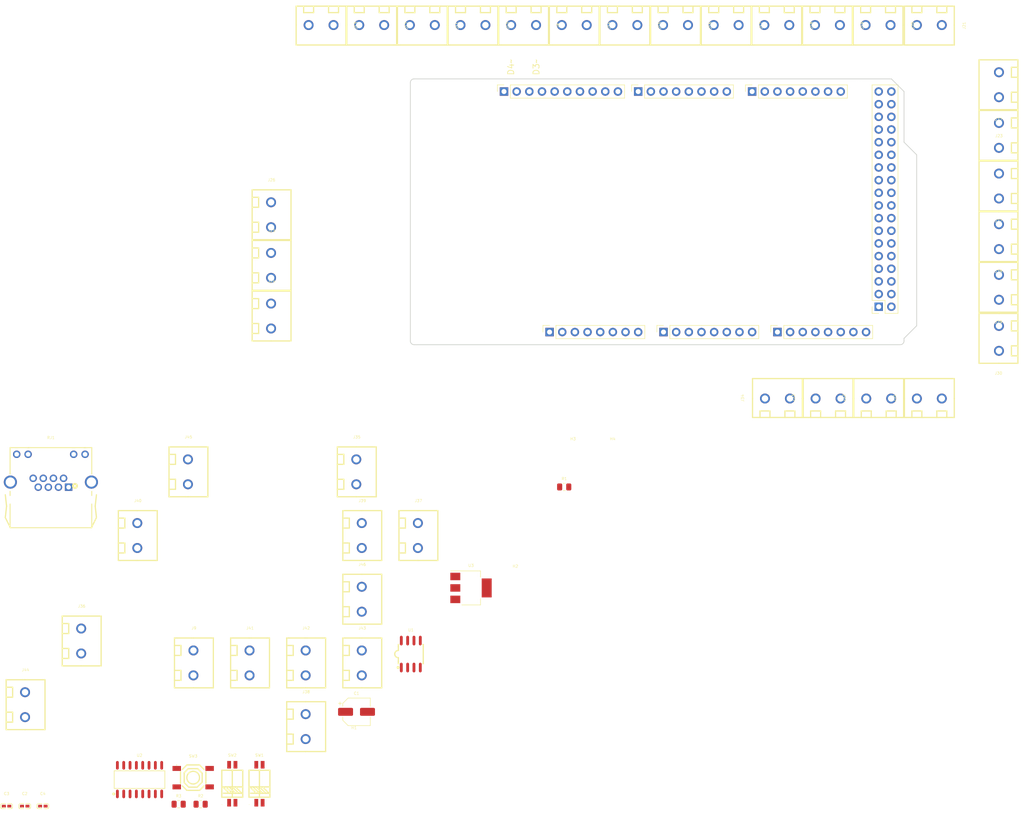
<source format=kicad_pcb>
(kicad_pcb (version 20211014) (generator pcbnew)
  (title_block (date "mar. 31 mars 2015"))
  (layers (0 "F.Cu" signal) (31 "B.Cu" signal) (34 "B.Paste" user) (35 "F.Paste" user) (36 "B.SilkS" user "B.Silkscreen") (37 "F.SilkS" user "F.Silkscreen") (38 "B.Mask" user) (39 "F.Mask" user) (44 "Edge.Cuts" user))
  (net 0 "")
  (net 1 "GND")
  (net 2 "+12V")
  (net 4 "~{RESET}")
  (net 5 "5V_Arduino")
  (net 6 "D21{slash}SCL")
  (net 7 "D20{slash}SDA")
  (net 9 "D13")
  (net 10 "D12")
  (net 11 "D11")
  (net 12 "D10")
  (net 13 "D9")
  (net 14 "D8")
  (net 15 "A0")
  (net 16 "A1")
  (net 17 "A2")
  (net 18 "A3")
  (net 19 "A4")
  (net 20 "A5")
  (net 21 "A6")
  (net 22 "A7")
  (net 23 "D7")
  (net 24 "D6")
  (net 25 "D5")
  (net 26 "D4")
  (net 27 "D3")
  (net 28 "D2")
  (net 29 "TXD")
  (net 30 "RXD")
  (net 31 "A8")
  (net 32 "A9")
  (net 33 "A10")
  (net 34 "+5V")
  (net 35 "A11")
  (net 36 "A12")
  (net 37 "A13")
  (net 38 "A14")
  (net 39 "A15")
  (net 40 "D14")
  (net 41 "D15")
  (net 42 "D16")
  (net 43 "D17")
  (net 44 "D18")
  (net 45 "D19")
  (net 46 "D52")
  (net 47 "D53")
  (net 48 "D50")
  (net 49 "D51")
  (net 50 "D48")
  (net 51 "D49")
  (net 52 "D46")
  (net 53 "D47")
  (net 54 "D44")
  (net 55 "D45")
  (net 56 "D42")
  (net 57 "D43")
  (net 58 "D40")
  (net 59 "D41")
  (net 60 "D38")
  (net 61 "D39")
  (net 62 "D36")
  (net 63 "D37")
  (net 64 "D34")
  (net 65 "D35")
  (net 66 "D32")
  (net 67 "+3V3")
  (net 68 "D33")
  (net 69 "D30")
  (net 70 "D31")
  (net 71 "D28")
  (net 72 "D29")
  (net 73 "D26")
  (net 74 "D27")
  (net 75 "D24")
  (net 76 "D25")
  (net 77 "D22")
  (net 79 "D23")
  (net 82 "BACKLIGHT_GND")
  (net 83 "AUX_GND")
  (net 84 "RS485+")
  (net 85 "Net-(R1-Pad2)")
  (net 86 "Net-(R2-Pad1)")
  (net 87 "Net-(R3-Pad1)")
  (net 88 "RS485-")
  (net 89 "RS485_GND")
  (net 90 "AUX_BASE")
  (net 91 "BACKLIGHT_BASE")
  (net 92 "RESET")
  (footprint "Connector_PinSocket_2.54mm:PinSocket_2x18_P2.54mm_Vertical" (layer "F.Cu") (at 193.98 92.38 180)
    (fp_text reference "J7" hide)
    (fp_text value "Digital")
    (pad "1" thru_hole rect locked (at 0 0 180) (size 1.7 1.7) (drill 1) (layers *.Cu *.Mask) (net 1 "GND"))
    (pad "2" thru_hole oval locked (at -2.54 0 180) (size 1.7 1.7) (drill 1) (layers *.Cu *.Mask) (net 1 "GND"))
    (pad "3" thru_hole oval locked (at 0 2.54 180) (size 1.7 1.7) (drill 1) (layers *.Cu *.Mask) (net 46 "D52"))
    (pad "4" thru_hole oval locked (at -2.54 2.54 180) (size 1.7 1.7) (drill 1) (layers *.Cu *.Mask) (net 47 "D53"))
    (pad "5" thru_hole oval locked (at 0 5.08 180) (size 1.7 1.7) (drill 1) (layers *.Cu *.Mask) (net 48 "D50"))
    (pad "6" thru_hole oval locked (at -2.54 5.08 180) (size 1.7 1.7) (drill 1) (layers *.Cu *.Mask) (net 49 "D51"))
    (pad "7" thru_hole oval locked (at 0 7.62 180) (size 1.7 1.7) (drill 1) (layers *.Cu *.Mask) (net 50 "D48"))
    (pad "8" thru_hole oval locked (at -2.54 7.62 180) (size 1.7 1.7) (drill 1) (layers *.Cu *.Mask) (net 51 "D49"))
    (pad "9" thru_hole oval locked (at 0 10.16 180) (size 1.7 1.7) (drill 1) (layers *.Cu *.Mask) (net 52 "D46"))
    (pad "10" thru_hole oval locked (at -2.54 10.16 180) (size 1.7 1.7) (drill 1) (layers *.Cu *.Mask) (net 53 "D47"))
    (pad "11" thru_hole oval locked (at 0 12.7 180) (size 1.7 1.7) (drill 1) (layers *.Cu *.Mask) (net 54 "D44"))
    (pad "12" thru_hole oval locked (at -2.54 12.7 180) (size 1.7 1.7) (drill 1) (layers *.Cu *.Mask) (net 55 "D45"))
    (pad "13" thru_hole oval locked (at 0 15.24 180) (size 1.7 1.7) (drill 1) (layers *.Cu *.Mask) (net 56 "D42"))
    (pad "14" thru_hole oval locked (at -2.54 15.24 180) (size 1.7 1.7) (drill 1) (layers *.Cu *.Mask) (net 57 "D43"))
    (pad "15" thru_hole oval locked (at 0 17.78 180) (size 1.7 1.7) (drill 1) (layers *.Cu *.Mask) (net 58 "D40"))
    (pad "16" thru_hole oval locked (at -2.54 17.78 180) (size 1.7 1.7) (drill 1) (layers *.Cu *.Mask) (net 59 "D41"))
    (pad "17" thru_hole oval locked (at 0 20.32 180) (size 1.7 1.7) (drill 1) (layers *.Cu *.Mask) (net 60 "D38"))
    (pad "18" thru_hole oval locked (at -2.54 20.32 180) (size 1.7 1.7) (drill 1) (layers *.Cu *.Mask) (net 61 "D39"))
    (pad "19" thru_hole oval locked (at 0 22.86 180) (size 1.7 1.7) (drill 1) (layers *.Cu *.Mask) (net 62 "D36"))
    (pad "20" thru_hole oval locked (at -2.54 22.86 180) (size 1.7 1.7) (drill 1) (layers *.Cu *.Mask) (net 63 "D37"))
    (pad "21" thru_hole oval locked (at 0 25.4 180) (size 1.7 1.7) (drill 1) (layers *.Cu *.Mask) (net 64 "D34"))
    (pad "22" thru_hole oval locked (at -2.54 25.4 180) (size 1.7 1.7) (drill 1) (layers *.Cu *.Mask) (net 65 "D35"))
    (pad "23" thru_hole oval locked (at 0 27.94 180) (size 1.7 1.7) (drill 1) (layers *.Cu *.Mask) (net 66 "D32"))
    (pad "24" thru_hole oval locked (at -2.54 27.94 180) (size 1.7 1.7) (drill 1) (layers *.Cu *.Mask) (net 68 "D33"))
    (pad "25" thru_hole oval locked (at 0 30.48 180) (size 1.7 1.7) (drill 1) (layers *.Cu *.Mask) (net 69 "D30"))
    (pad "26" thru_hole oval locked (at -2.54 30.48 180) (size 1.7 1.7) (drill 1) (layers *.Cu *.Mask) (net 70 "D31"))
    (pad "27" thru_hole oval locked (at 0 33.02 180) (size 1.7 1.7) (drill 1) (layers *.Cu *.Mask) (net 71 "D28"))
    (pad "28" thru_hole oval locked (at -2.54 33.02 180) (size 1.7 1.7) (drill 1) (layers *.Cu *.Mask) (net 72 "D29"))
    (pad "29" thru_hole oval locked (at 0 35.56 180) (size 1.7 1.7) (drill 1) (layers *.Cu *.Mask) (net 73 "D26"))
    (pad "30" thru_hole oval locked (at -2.54 35.56 180) (size 1.7 1.7) (drill 1) (layers *.Cu *.Mask) (net 74 "D27"))
    (pad "31" thru_hole oval locked (at 0 38.1 180) (size 1.7 1.7) (drill 1) (layers *.Cu *.Mask) (net 75 "D24"))
    (pad "32" thru_hole oval locked (at -2.54 38.1 180) (size 1.7 1.7) (drill 1) (layers *.Cu *.Mask) (net 76 "D25"))
    (pad "33" thru_hole oval locked (at 0 40.64 180) (size 1.7 1.7) (drill 1) (layers *.Cu *.Mask) (net 77 "D22"))
    (pad "34" thru_hole oval locked (at -2.54 40.64 180) (size 1.7 1.7) (drill 1) (layers *.Cu *.Mask) (net 79 "D23"))
    (pad "35" thru_hole oval locked (at 0 43.18 180) (size 1.7 1.7) (drill 1) (layers *.Cu *.Mask))
    (pad "36" thru_hole oval locked (at -2.54 43.18 180) (size 1.7 1.7) (drill 1) (layers *.Cu *.Mask))
  )
  (footprint "Connector_PinSocket_2.54mm:PinSocket_1x08_P2.54mm_Vertical" (layer "F.Cu") (at 127.94 97.46 90)
    (fp_text reference "J1" hide)
    (fp_text value "Power")
    (pad "1" thru_hole rect locked (at 0 0 90) (size 1.7 1.7) (drill 1) (layers *.Cu *.Mask))
    (pad "2" thru_hole oval locked (at 0 2.54 90) (size 1.7 1.7) (drill 1) (layers *.Cu *.Mask))
    (pad "3" thru_hole oval locked (at 0 5.08 90) (size 1.7 1.7) (drill 1) (layers *.Cu *.Mask) (net 4 "~{RESET}"))
    (pad "4" thru_hole oval locked (at 0 7.62 90) (size 1.7 1.7) (drill 1) (layers *.Cu *.Mask) (net 67 "+3V3"))
    (pad "5" thru_hole oval locked (at 0 10.16 90) (size 1.7 1.7) (drill 1) (layers *.Cu *.Mask) (net 5 "5V_Arduino"))
    (pad "6" thru_hole oval locked (at 0 12.7 90) (size 1.7 1.7) (drill 1) (layers *.Cu *.Mask) (net 1 "GND"))
    (pad "7" thru_hole oval locked (at 0 15.24 90) (size 1.7 1.7) (drill 1) (layers *.Cu *.Mask) (net 1 "GND"))
    (pad "8" thru_hole oval locked (at 0 17.78 90) (size 1.7 1.7) (drill 1) (layers *.Cu *.Mask) (net 2 "+12V"))
  )
  (footprint "Connector_PinSocket_2.54mm:PinSocket_1x08_P2.54mm_Vertical" (layer "F.Cu") (at 150.8 97.46 90)
    (fp_text reference "J3" hide)
    (fp_text value "Analog")
    (pad "1" thru_hole rect locked (at 0 0 90) (size 1.7 1.7) (drill 1) (layers *.Cu *.Mask) (net 15 "A0"))
    (pad "2" thru_hole oval locked (at 0 2.54 90) (size 1.7 1.7) (drill 1) (layers *.Cu *.Mask) (net 16 "A1"))
    (pad "3" thru_hole oval locked (at 0 5.08 90) (size 1.7 1.7) (drill 1) (layers *.Cu *.Mask) (net 17 "A2"))
    (pad "4" thru_hole oval locked (at 0 7.62 90) (size 1.7 1.7) (drill 1) (layers *.Cu *.Mask) (net 18 "A3"))
    (pad "5" thru_hole oval locked (at 0 10.16 90) (size 1.7 1.7) (drill 1) (layers *.Cu *.Mask) (net 19 "A4"))
    (pad "6" thru_hole oval locked (at 0 12.7 90) (size 1.7 1.7) (drill 1) (layers *.Cu *.Mask) (net 20 "A5"))
    (pad "7" thru_hole oval locked (at 0 15.24 90) (size 1.7 1.7) (drill 1) (layers *.Cu *.Mask) (net 21 "A6"))
    (pad "8" thru_hole oval locked (at 0 17.78 90) (size 1.7 1.7) (drill 1) (layers *.Cu *.Mask) (net 22 "A7"))
  )
  (footprint "Connector_PinSocket_2.54mm:PinSocket_1x08_P2.54mm_Vertical" (layer "F.Cu") (at 173.66 97.46 90)
    (fp_text reference "J5" hide)
    (fp_text value "Analog")
    (pad "1" thru_hole rect locked (at 0 0 90) (size 1.7 1.7) (drill 1) (layers *.Cu *.Mask) (net 31 "A8"))
    (pad "2" thru_hole oval locked (at 0 2.54 90) (size 1.7 1.7) (drill 1) (layers *.Cu *.Mask) (net 32 "A9"))
    (pad "3" thru_hole oval locked (at 0 5.08 90) (size 1.7 1.7) (drill 1) (layers *.Cu *.Mask) (net 33 "A10"))
    (pad "4" thru_hole oval locked (at 0 7.62 90) (size 1.7 1.7) (drill 1) (layers *.Cu *.Mask) (net 35 "A11"))
    (pad "5" thru_hole oval locked (at 0 10.16 90) (size 1.7 1.7) (drill 1) (layers *.Cu *.Mask) (net 36 "A12"))
    (pad "6" thru_hole oval locked (at 0 12.7 90) (size 1.7 1.7) (drill 1) (layers *.Cu *.Mask) (net 37 "A13"))
    (pad "7" thru_hole oval locked (at 0 15.24 90) (size 1.7 1.7) (drill 1) (layers *.Cu *.Mask) (net 38 "A14"))
    (pad "8" thru_hole oval locked (at 0 17.78 90) (size 1.7 1.7) (drill 1) (layers *.Cu *.Mask) (net 39 "A15"))
  )
  (footprint "Connector_PinSocket_2.54mm:PinSocket_1x10_P2.54mm_Vertical" (layer "F.Cu") (at 118.796 49.2 90)
    (fp_text reference "J2" hide)
    (fp_text value "PWM")
    (pad "1" thru_hole rect locked (at 0 0 90) (size 1.7 1.7) (drill 1) (layers *.Cu *.Mask))
    (pad "2" thru_hole oval locked (at 0 2.54 90) (size 1.7 1.7) (drill 1) (layers *.Cu *.Mask))
    (pad "3" thru_hole oval locked (at 0 5.08 90) (size 1.7 1.7) (drill 1) (layers *.Cu *.Mask))
    (pad "4" thru_hole oval locked (at 0 7.62 90) (size 1.7 1.7) (drill 1) (layers *.Cu *.Mask) (net 1 "GND"))
    (pad "5" thru_hole oval locked (at 0 10.16 90) (size 1.7 1.7) (drill 1) (layers *.Cu *.Mask) (net 9 "D13"))
    (pad "6" thru_hole oval locked (at 0 12.7 90) (size 1.7 1.7) (drill 1) (layers *.Cu *.Mask) (net 10 "D12"))
    (pad "7" thru_hole oval locked (at 0 15.24 90) (size 1.7 1.7) (drill 1) (layers *.Cu *.Mask) (net 11 "D11"))
    (pad "8" thru_hole oval locked (at 0 17.78 90) (size 1.7 1.7) (drill 1) (layers *.Cu *.Mask) (net 12 "D10"))
    (pad "9" thru_hole oval locked (at 0 20.32 90) (size 1.7 1.7) (drill 1) (layers *.Cu *.Mask) (net 13 "D9"))
    (pad "10" thru_hole oval locked (at 0 22.86 90) (size 1.7 1.7) (drill 1) (layers *.Cu *.Mask) (net 14 "D8"))
  )
  (footprint "Connector_PinSocket_2.54mm:PinSocket_1x08_P2.54mm_Vertical" (layer "F.Cu") (at 145.72 49.2 90)
    (fp_text reference "J4" hide)
    (fp_text value "PWM")
    (pad "1" thru_hole rect locked (at 0 0 90) (size 1.7 1.7) (drill 1) (layers *.Cu *.Mask) (net 23 "D7"))
    (pad "2" thru_hole oval locked (at 0 2.54 90) (size 1.7 1.7) (drill 1) (layers *.Cu *.Mask) (net 24 "D6"))
    (pad "3" thru_hole oval locked (at 0 5.08 90) (size 1.7 1.7) (drill 1) (layers *.Cu *.Mask) (net 25 "D5"))
    (pad "4" thru_hole oval locked (at 0 7.62 90) (size 1.7 1.7) (drill 1) (layers *.Cu *.Mask) (net 26 "D4"))
    (pad "5" thru_hole oval locked (at 0 10.16 90) (size 1.7 1.7) (drill 1) (layers *.Cu *.Mask) (net 27 "D3"))
    (pad "6" thru_hole oval locked (at 0 12.7 90) (size 1.7 1.7) (drill 1) (layers *.Cu *.Mask) (net 28 "D2"))
    (pad "7" thru_hole oval locked (at 0 15.24 90) (size 1.7 1.7) (drill 1) (layers *.Cu *.Mask) (net 29 "TXD"))
    (pad "8" thru_hole oval locked (at 0 17.78 90) (size 1.7 1.7) (drill 1) (layers *.Cu *.Mask) (net 30 "RXD"))
  )
  (footprint "Connector_PinSocket_2.54mm:PinSocket_1x08_P2.54mm_Vertical" (layer "F.Cu") (at 168.58 49.2 90)
    (fp_text reference "J6" hide)
    (fp_text value "Communication")
    (pad "1" thru_hole rect locked (at 0 0 90) (size 1.7 1.7) (drill 1) (layers *.Cu *.Mask) (net 40 "D14"))
    (pad "2" thru_hole oval locked (at 0 2.54 90) (size 1.7 1.7) (drill 1) (layers *.Cu *.Mask) (net 41 "D15"))
    (pad "3" thru_hole oval locked (at 0 5.08 90) (size 1.7 1.7) (drill 1) (layers *.Cu *.Mask) (net 42 "D16"))
    (pad "4" thru_hole oval locked (at 0 7.62 90) (size 1.7 1.7) (drill 1) (layers *.Cu *.Mask) (net 43 "D17"))
    (pad "5" thru_hole oval locked (at 0 10.16 90) (size 1.7 1.7) (drill 1) (layers *.Cu *.Mask) (net 44 "D18"))
    (pad "6" thru_hole oval locked (at 0 12.7 90) (size 1.7 1.7) (drill 1) (layers *.Cu *.Mask) (net 45 "D19"))
    (pad "7" thru_hole oval locked (at 0 15.24 90) (size 1.7 1.7) (drill 1) (layers *.Cu *.Mask) (net 7 "D20{slash}SDA"))
    (pad "8" thru_hole oval locked (at 0 17.78 90) (size 1.7 1.7) (drill 1) (layers *.Cu *.Mask) (net 6 "D21{slash}SCL"))
  )
  (footprint "A10 KiCad Libraries:CONN-TH_WJ126V-5.0-2P" (layer "F.Cu") (at 218.11 98.73 180)
    (fp_text reference "J30" (at 0.099949 -6.985) (layer "F.SilkS") (effects (font (size 0.5588 0.5588) (thickness 0.0762))))
    (fp_text value "Screw_Terminal_01x02")
    (pad "1" thru_hole circle (at 0 -2.5 180) (size 2 2) (drill 1.300025) (layers *.Cu *.Mask) (net 59 "D41"))
    (pad "2" thru_hole circle (at 0 2.50127 180) (size 2 2) (drill 1.300025) (layers *.Cu *.Mask) (net 56 "D42"))
  )
  (footprint "A10 KiCad Libraries:CONN-TH_WJ126V-5.0-2P" (layer "F.Cu") (at 72.06 94.245)
    (fp_text reference "J24" (at 0.099949 -6.985) (layer "F.SilkS") (effects (font (size 0.5588 0.5588) (thickness 0.0762))))
    (fp_text value "Screw_Terminal_01x02")
    (pad "1" thru_hole circle (at 0 -2.5) (size 2 2) (drill 1.300025) (layers *.Cu *.Mask) (net 2 "+12V"))
    (pad "2" thru_hole circle (at 0 2.50127) (size 2 2) (drill 1.300025) (layers *.Cu *.Mask) (net 1 "GND"))
  )
  (footprint "MountingHole:MountingHole_3.2mm_M3" (layer "F.Cu") (at 88.705 181.06)
    (fp_text reference "H1" (at 0 -4.2) (layer "F.SilkS") (effects (font (size 0.5588 0.5588) (thickness 0.0762))))
    (fp_text value "MountingHole")
    (pad "" np_thru_hole circle (at 0 0) (size 3.2 3.2) (drill 3.2) (layers *.Cu *.Mask))
  )
  (footprint "A10 KiCad Libraries:CONN-TH_WJ126V-5.0-2P" (layer "F.Cu") (at 33.960051 159.447)
    (fp_text reference "J36" (at 0.099949 -6.985) (layer "F.SilkS") (effects (font (size 0.5588 0.5588) (thickness 0.0762))))
    (fp_text value "Screw_Terminal_01x02")
    (pad "1" thru_hole circle (at 0 -2.5) (size 2 2) (drill 1.300025) (layers *.Cu *.Mask) (net 47 "D53"))
    (pad "2" thru_hole circle (at 0 2.50127) (size 2 2) (drill 1.300025) (layers *.Cu *.Mask) (net 1 "GND"))
  )
  (footprint "A10 KiCad Libraries:CONN-TH_WJ126V-5.0-2P" (layer "F.Cu") (at 218.11 57.998886 180)
    (fp_text reference "J23" (at 0 -0.091114 180) (layer "F.SilkS") (effects (font (size 0.5588 0.5588) (thickness 0.0762))))
    (fp_text value "Screw_Terminal_01x02")
    (pad "1" thru_hole circle (at 0 -2.5 180) (size 2 2) (drill 1.300025) (layers *.Cu *.Mask) (net 68 "D33"))
    (pad "2" thru_hole circle (at 0 2.50127 180) (size 2 2) (drill 1.300025) (layers *.Cu *.Mask) (net 64 "D34"))
  )
  (footprint "A10 KiCad Libraries:CONN-TH_WJ126V-5.0-2P" (layer "F.Cu") (at 45.220051 138.287)
    (fp_text reference "J40" (at 0.099949 -6.985) (layer "F.SilkS") (effects (font (size 0.5588 0.5588) (thickness 0.0762))))
    (fp_text value "Screw_Terminal_01x02")
    (pad "1" thru_hole circle (at 0 -2.5) (size 2 2) (drill 1.300025) (layers *.Cu *.Mask) (net 21 "A6"))
    (pad "2" thru_hole circle (at 0 2.50127) (size 2 2) (drill 1.300025) (layers *.Cu *.Mask) (net 22 "A7"))
  )
  (footprint "A10 KiCad Libraries:CONN-TH_WJ126V-5.0-2P" (layer "F.Cu") (at 173.66 110.795 90)
    (fp_text reference "J34" (at 0.099949 -6.985 90) (layer "F.SilkS") (effects (font (size 0.5588 0.5588) (thickness 0.0762))))
    (fp_text value "Screw_Terminal_01x02")
    (pad "1" thru_hole circle (at 0 -2.5 90) (size 2 2) (drill 1.300025) (layers *.Cu *.Mask) (net 51 "D49"))
    (pad "2" thru_hole circle (at 0 2.50127 90) (size 2 2) (drill 1.300025) (layers *.Cu *.Mask) (net 48 "D50"))
  )
  (footprint "A10 KiCad Libraries:RJ45-TH_B-1-1" (layer "F.Cu") (at 27.88 128.682)
    (fp_text reference "RJ1" (at 0 -10.031496) (layer "F.SilkS") (effects (font (size 0.5588 0.5588) (thickness 0.0762))))
    (fp_text value "RJ45-B-1*1")
    (pad "" np_thru_hole circle (at -6.350013 2.443485) (size 3.249987 3.249987) (drill 3.249987) (layers *.Cu *.Mask))
    (pad "" np_thru_hole circle (at 6.350013 2.443485) (size 3.249987 3.249987) (drill 3.249987) (layers *.Cu *.Mask))
    (pad "0" thru_hole circle (at 8.130048 -1.116586) (size 2.641605 2.641605) (drill 1.900025) (layers *.Cu *.Mask) (net 1 "GND"))
    (pad "0" thru_hole circle (at -8.130048 -1.116586) (size 2.641605 2.641605) (drill 1.900025) (layers *.Cu *.Mask) (net 1 "GND"))
    (pad "1" thru_hole rect (at 3.556007 -0.09652 180) (size 1.498603 1.498603) (drill 0.914402) (layers *.Cu *.Mask) (net 29 "TXD"))
    (pad "2" thru_hole circle (at 2.540005 -1.877064) (size 1.498603 1.498603) (drill 0.914402) (layers *.Cu *.Mask) (net 30 "RXD"))
    (pad "3" thru_hole circle (at 1.524003 -0.09652) (size 1.498603 1.498603) (drill 0.914402) (layers *.Cu *.Mask) (net 84 "RS485+"))
    (pad "4" thru_hole circle (at 0.508001 -1.877064) (size 1.498603 1.498603) (drill 0.914402) (layers *.Cu *.Mask) (net 2 "+12V"))
    (pad "5" thru_hole circle (at -0.508001 -0.09652) (size 1.498603 1.498603) (drill 0.914402) (layers *.Cu *.Mask) (net 2 "+12V"))
    (pad "6" thru_hole circle (at -1.524003 -1.877064) (size 1.498603 1.498603) (drill 0.914402) (layers *.Cu *.Mask) (net 88 "RS485-"))
    (pad "7" thru_hole circle (at -2.540005 -0.09652) (size 1.498603 1.498603) (drill 0.914402) (layers *.Cu *.Mask) (net 1 "GND"))
    (pad "8" thru_hole circle (at -3.556007 -1.877064) (size 1.498603 1.498603) (drill 0.914402) (layers *.Cu *.Mask) (net 1 "GND"))
    (pad "9" thru_hole circle (at 6.860554 -6.695453) (size 1.498603 1.498603) (drill 0.914402) (layers *.Cu *.Mask) (net 1 "GND"))
    (pad "10" thru_hole circle (at 4.569469 -6.695453) (size 1.498603 1.498603) (drill 0.914402) (layers *.Cu *.Mask) (net 86 "Net-(R2-Pad1)"))
    (pad "11" thru_hole circle (at -4.569469 -6.695453) (size 1.498603 1.498603) (drill 0.914402) (layers *.Cu *.Mask) (net 1 "GND"))
    (pad "12" thru_hole circle (at -6.860554 -6.695453) (size 1.498603 1.498603) (drill 0.914402) (layers *.Cu *.Mask) (net 87 "Net-(R3-Pad1)"))
  )
  (footprint "A10 KiCad Libraries:CONN-TH_WJ126V-5.0-2P" (layer "F.Cu") (at 22.700051 172.227)
    (fp_text reference "J44" (at 0.099949 -6.985) (layer "F.SilkS") (effects (font (size 0.5588 0.5588) (thickness 0.0762))))
    (fp_text value "Screw_Terminal_01x02")
    (pad "1" thru_hole circle (at 0 -2.5) (size 2 2) (drill 1.300025) (layers *.Cu *.Mask) (net 38 "A14"))
    (pad "2" thru_hole circle (at 0 2.50127) (size 2 2) (drill 1.300025) (layers *.Cu *.Mask) (net 39 "A15"))
  )
  (footprint "Arduino_MountingHole:MountingHole_3.2mm" (layer "F.Cu") (at 196.52 97.46)
    (fp_text reference "MH6" hide)
    (fp_text value "MountingHole_3.2mm" hide)
    (pad "" np_thru_hole circle locked (at 0 0) (size 3.2 3.2) (drill 3.2) (layers *.Cu *.Mask))
  )
  (footprint "A10 KiCad Libraries:CONN-TH_WJ126V-5.0-2P" (layer "F.Cu") (at 72.06 84.085)
    (fp_text reference "J25" (at 0.099949 -6.985) (layer "F.SilkS") (effects (font (size 0.5588 0.5588) (thickness 0.0762))))
    (fp_text value "Screw_Terminal_01x02")
    (pad "1" thru_hole circle (at 0 -2.5) (size 2 2) (drill 1.300025) (layers *.Cu *.Mask) (net 34 "+5V"))
    (pad "2" thru_hole circle (at 0 2.50127) (size 2 2) (drill 1.300025) (layers *.Cu *.Mask) (net 1 "GND"))
  )
  (footprint "A10 KiCad Libraries:CONN-TH_WJ126V-5.0-2P" (layer "F.Cu") (at 82.091168 35.865 -90)
    (fp_text reference "J13" (at 0.099949 -6.985 90) (layer "F.SilkS") (effects (font (size 0.5588 0.5588) (thickness 0.0762))))
    (fp_text value "Screw_Terminal_01x02")
    (pad "1" thru_hole circle (at 0 -2.5 270) (size 2 2) (drill 1.300025) (layers *.Cu *.Mask) (net 9 "D13"))
    (pad "2" thru_hole circle (at 0 2.50127 270) (size 2 2) (drill 1.300025) (layers *.Cu *.Mask) (net 40 "D14"))
  )
  (footprint "A10 KiCad Libraries:C0402" (layer "F.Cu") (at 22.63 192.58)
    (fp_text reference "C2" (at 0 -2.498603) (layer "F.SilkS") (effects (font (size 0.5588 0.5588) (thickness 0.0762))))
    (fp_text value "10uF")
    (pad "1" smd rect (at -0.545085 0) (size 0.790094 0.540005) (layers "F.Cu" "F.Paste" "F.Mask") (net 2 "+12V"))
    (pad "2" smd rect (at 0.545085 0) (size 0.790094 0.540005) (layers "F.Cu" "F.Paste" "F.Mask") (net 1 "GND"))
  )
  (footprint "MountingHole:MountingHole_3.2mm_M3" (layer "F.Cu") (at 121.075 148.65)
    (fp_text reference "H2" (at 0 -4.2) (layer "F.SilkS") (effects (font (size 0.5588 0.5588) (thickness 0.0762))))
    (fp_text value "MountingHole")
    (pad "" np_thru_hole circle (at 0 0) (size 3.2 3.2) (drill 3.2) (layers *.Cu *.Mask))
  )
  (footprint "A10 KiCad Libraries:CONN-TH_WJ126V-5.0-2P" (layer "F.Cu") (at 72.06 73.925)
    (fp_text reference "J26" (at 0.099949 -6.985) (layer "F.SilkS") (effects (font (size 0.5588 0.5588) (thickness 0.0762))))
    (fp_text value "Screw_Terminal_01x02")
    (pad "1" thru_hole circle (at 0 -2.5) (size 2 2) (drill 1.300025) (layers *.Cu *.Mask) (net 5 "5V_Arduino"))
    (pad "2" thru_hole circle (at 0 2.50127) (size 2 2) (drill 1.300025) (layers *.Cu *.Mask) (net 1 "GND"))
  )
  (footprint "A10 KiCad Libraries:CONN-TH_WJ126V-5.0-2P" (layer "F.Cu") (at 112.571168 35.865 -90)
    (fp_text reference "J10" (at 0.099949 -6.985 90) (layer "F.SilkS") (effects (font (size 0.5588 0.5588) (thickness 0.0762))))
    (fp_text value "Screw_Terminal_01x02")
    (pad "1" thru_hole circle (at 0 -2.5 270) (size 2 2) (drill 1.300025) (layers *.Cu *.Mask) (net 23 "D7"))
    (pad "2" thru_hole circle (at 0 2.50127 270) (size 2 2) (drill 1.300025) (layers *.Cu *.Mask) (net 14 "D8"))
  )
  (footprint "Capacitor_SMD:CP_Elec_5x5.4" (layer "F.Cu") (at 89.205 173.66)
    (fp_text reference "C1" (at 0 -3.7) (layer "F.SilkS") (effects (font (size 0.5588 0.5588) (thickness 0.0762))))
    (fp_text value "47uF")
    (pad "1" smd roundrect (at -2.2 0) (size 3 1.6) (layers "F.Cu" "F.Paste" "F.Mask") (roundrect_rratio 0.15625) (net 2 "+12V"))
    (pad "2" smd roundrect (at 2.2 0) (size 3 1.6) (layers "F.Cu" "F.Paste" "F.Mask") (roundrect_rratio 0.15625) (net 1 "GND"))
  )
  (footprint "A10 KiCad Libraries:SW-SMD_DSHP02TSGER" (layer "F.Cu") (at 64.277 188.087009)
    (fp_text reference "SW2" (at 0 -5.715) (layer "F.SilkS") (effects (font (size 0.5588 0.5588) (thickness 0.0762))))
    (fp_text value "SW_DIP_x02")
    (pad "1" smd rect (at -0.635001 3.810008) (size 0.762002 1.524003) (layers "F.Cu" "F.Paste" "F.Mask") (net 26 "D4"))
    (pad "2" smd rect (at 0.635001 3.810008) (size 0.762002 1.524003) (layers "F.Cu" "F.Paste" "F.Mask") (net 9 "D13"))
    (pad "3" smd rect (at 0.635001 -3.810008) (size 0.762002 1.524003) (layers "F.Cu" "F.Paste" "F.Mask") (net 90 "AUX_BASE"))
    (pad "4" smd rect (at -0.635001 -3.810008) (size 0.762002 1.524003) (layers "F.Cu" "F.Paste" "F.Mask") (net 91 "BACKLIGHT_BASE"))
  )
  (footprint "MountingHole:MountingHole_3.2mm_M3" (layer "F.Cu") (at 140.595 123.09)
    (fp_text reference "H4" (at 0 -4.2) (layer "F.SilkS") (effects (font (size 0.5588 0.5588) (thickness 0.0762))))
    (fp_text value "MountingHole")
    (pad "" np_thru_hole circle (at 0 0) (size 3.2 3.2) (drill 3.2) (layers *.Cu *.Mask))
  )
  (footprint "A10 KiCad Libraries:CONN-TH_WJ126V-5.0-2P" (layer "F.Cu") (at 122.731168 35.865 -90)
    (fp_text reference "J8" (at 0.099949 -6.985 90) (layer "F.SilkS") (effects (font (size 0.5588 0.5588) (thickness 0.0762))))
    (fp_text value "Screw_Terminal_01x02")
    (fp_text user "D4~" (at 10.16 2.54 90 unlocked) (layer "F.SilkS") (effects (font (size 1.2192 1.2192) (thickness 0.1524)) (justify left)))
    (fp_text user "D3~" (at 10.16 -2.54 90 unlocked) (layer "F.SilkS") (effects (font (size 1.2192 1.2192) (thickness 0.1524)) (justify left)))
    (pad "1" thru_hole circle (at 0 -2.5 270) (size 2 2) (drill 1.300025) (layers *.Cu *.Mask) (net 27 "D3"))
    (pad "2" thru_hole circle (at 0 2.50127 270) (size 2 2) (drill 1.300025) (layers *.Cu *.Mask) (net 26 "D4"))
  )
  (footprint "A10 KiCad Libraries:SW-SMD_4P-L5.1-W5.1-P3.70-LS6.5-TL-2" (layer "F.Cu") (at 56.432 186.867)
    (fp_text reference "SW3" (at 0 -4.318) (layer "F.SilkS") (effects (font (size 0.5588 0.5588) (thickness 0.0762))))
    (fp_text value "SW_MEC_5E")
    (pad "1" smd rect (at -3.299975 -1.849124) (size 1.7 1) (layers "F.Cu" "F.Paste" "F.Mask") (net 1 "GND"))
    (pad "2" smd rect (at 3.299975 -1.850394) (size 1.7 1) (layers "F.Cu" "F.Paste" "F.Mask") (net 1 "GND"))
    (pad "3" smd rect (at -3.299975 1.850394) (size 1.7 1) (layers "F.Cu" "F.Paste" "F.Mask") (net 92 "RESET"))
    (pad "4" smd rect (at 3.299975 1.850394) (size 1.7 1) (layers "F.Cu" "F.Paste" "F.Mask") (net 92 "RESET"))
  )
  (footprint "A10 KiCad Libraries:CONN-TH_WJ126V-5.0-2P" (layer "F.Cu") (at 90.260051 163.847)
    (fp_text reference "J43" (at 0.099949 -6.985) (layer "F.SilkS") (effects (font (size 0.5588 0.5588) (thickness 0.0762))))
    (fp_text value "Screw_Terminal_01x02")
    (pad "1" thru_hole circle (at 0 -2.5) (size 2 2) (drill 1.300025) (layers *.Cu *.Mask) (net 36 "A12"))
    (pad "2" thru_hole circle (at 0 2.50127) (size 2 2) (drill 1.300025) (layers *.Cu *.Mask) (net 37 "A13"))
  )
  (footprint "A10 KiCad Libraries:SOIC-8_L5.0-W4.0-P1.27-LS6.0-BL" (layer "F.Cu") (at 100.096 162.069)
    (fp_text reference "U1" (at 0 -4.826) (layer "F.SilkS") (effects (font (size 0.5588 0.5588) (thickness 0.0762))))
    (fp_text value "MAX487ESA+T")
    (pad "1" smd oval (at -1.905004 2.705105) (size 0.568402 1.950216) (layers "F.Cu" "F.Paste" "F.Mask") (net 30 "RXD"))
    (pad "2" smd oval (at -0.635001 2.705105) (size 0.568402 1.950216) (layers "F.Cu" "F.Paste" "F.Mask") (net 28 "D2"))
    (pad "3" smd oval (at 0.635001 2.705105) (size 0.568402 1.950216) (layers "F.Cu" "F.Paste" "F.Mask") (net 28 "D2"))
    (pad "4" smd oval (at 1.905004 2.705105) (size 0.568402 1.950216) (layers "F.Cu" "F.Paste" "F.Mask") (net 29 "TXD"))
    (pad "5" smd oval (at 1.905004 -2.705105) (size 0.568402 1.950216) (layers "F.Cu" "F.Paste" "F.Mask") (net 89 "RS485_GND"))
    (pad "6" smd oval (at 0.635001 -2.705105) (size 0.568402 1.950216) (layers "F.Cu" "F.Paste" "F.Mask") (net 84 "RS485+"))
    (pad "7" smd oval (at -0.635001 -2.705105) (size 0.568402 1.950216) (layers "F.Cu" "F.Paste" "F.Mask") (net 88 "RS485-"))
    (pad "8" smd oval (at -1.905004 -2.705105) (size 0.568402 1.950216) (layers "F.Cu" "F.Paste" "F.Mask") (net 34 "+5V"))
  )
  (footprint "A10 KiCad Libraries:SOP-16_L10.0-W3.9-P1.27-LS6.0-BL" (layer "F.Cu") (at 45.667406 187.259996)
    (fp_text reference "U2" (at 0 -4.872492) (layer "F.SilkS") (effects (font (size 0.5588 0.5588) (thickness 0.0762))))
    (fp_text value "ULN2003A")
    (pad "1" smd oval (at -4.445009 2.872492) (size 0.559995 1.745009) (layers "F.Cu" "F.Paste" "F.Mask") (net 91 "BACKLIGHT_BASE"))
    (pad "2" smd oval (at -3.175006 2.872492) (size 0.559995 1.745009) (layers "F.Cu" "F.Paste" "F.Mask") (net 91 "BACKLIGHT_BASE"))
    (pad "3" smd oval (at -1.905004 2.872492) (size 0.559995 1.745009) (layers "F.Cu" "F.Paste" "F.Mask") (net 91 "BACKLIGHT_BASE"))
    (pad "4" smd oval (at -0.635001 2.872492) (size 0.559995 1.745009) (layers "F.Cu" "F.Paste" "F.Mask") (net 90 "AUX_BASE"))
    (pad "5" smd oval (at 0.635001 2.872492) (size 0.559995 1.745009) (layers "F.Cu" "F.Paste" "F.Mask") (net 90 "AUX_BASE"))
    (pad "6" smd oval (at 1.905004 2.872492) (size 0.559995 1.745009) (layers "F.Cu" "F.Paste" "F.Mask") (net 90 "AUX_BASE"))
    (pad "7" smd oval (at 3.175006 2.872492) (size 0.559995 1.745009) (layers "F.Cu" "F.Paste" "F.Mask"))
    (pad "8" smd oval (at 4.445009 2.872492) (size 0.559995 1.745009) (layers "F.Cu" "F.Paste" "F.Mask") (net 1 "GND"))
    (pad "9" smd oval (at 4.445009 -2.872492) (size 0.559995 1.745009) (layers "F.Cu" "F.Paste" "F.Mask"))
    (pad "10" smd oval (at 3.175006 -2.872492) (size 0.559995 1.745009) (layers "F.Cu" "F.Paste" "F.Mask"))
    (pad "11" smd oval (at 1.905004 -2.872492) (size 0.559995 1.745009) (layers "F.Cu" "F.Paste" "F.Mask") (net 83 "AUX_GND"))
    (pad "12" smd oval (at 0.635001 -2.872492) (size 0.559995 1.745009) (layers "F.Cu" "F.Paste" "F.Mask") (net 83 "AUX_GND"))
    (pad "13" smd oval (at -0.635001 -2.872492) (size 0.559995 1.745009) (layers "F.Cu" "F.Paste" "F.Mask") (net 83 "AUX_GND"))
    (pad "14" smd oval (at -1.905004 -2.872492) (size 0.559995 1.745009) (layers "F.Cu" "F.Paste" "F.Mask") (net 82 "BACKLIGHT_GND"))
    (pad "15" smd oval (at -3.175006 -2.872492) (size 0.559995 1.745009) (layers "F.Cu" "F.Paste" "F.Mask") (net 82 "BACKLIGHT_GND"))
    (pad "16" smd oval (at -4.445009 -2.872492) (size 0.559995 1.745009) (layers "F.Cu" "F.Paste" "F.Mask") (net 82 "BACKLIGHT_GND"))
  )
  (footprint "A10 KiCad Libraries:C0402" (layer "F.Cu") (at 18.99 192.58)
    (fp_text reference "C3" (at 0 -2.498603) (layer "F.SilkS") (effects (font (size 0.5588 0.5588) (thickness 0.0762))))
    (fp_text value "1uF")
    (pad "1" smd rect (at -0.545085 0) (size 0.790094 0.540005) (layers "F.Cu" "F.Paste" "F.Mask") (net 34 "+5V"))
    (pad "2" smd rect (at 0.545085 0) (size 0.790094 0.540005) (layers "F.Cu" "F.Paste" "F.Mask") (net 1 "GND"))
  )
  (footprint "A10 KiCad Libraries:CONN-TH_WJ126V-5.0-2P" (layer "F.Cu") (at 204.14 35.865 -90)
    (fp_text reference "J21" (at 0.099949 -6.985 90) (layer "F.SilkS") (effects (font (size 0.5588 0.5588) (thickness 0.0762))))
    (fp_text value "Screw_Terminal_01x02")
    (pad "1" thru_hole circle (at 0 -2.5 270) (size 2 2) (drill 1.300025) (layers *.Cu *.Mask) (net 72 "D29"))
    (pad "2" thru_hole circle (at 0 2.50127 270) (size 2 2) (drill 1.300025) (layers *.Cu *.Mask) (net 69 "D30"))
  )
  (footprint "A10 KiCad Libraries:CONN-TH_WJ126V-5.0-2P" (layer "F.Cu") (at 218.11 88.478886 180)
    (fp_text reference "J29" (at 0.099949 -6.985) (layer "F.SilkS") (effects (font (size 0.5588 0.5588) (thickness 0.0762))))
    (fp_text value "Screw_Terminal_01x02")
    (pad "1" thru_hole circle (at 0 -2.5 180) (size 2 2) (drill 1.300025) (layers *.Cu *.Mask) (net 61 "D39"))
    (pad "2" thru_hole circle (at 0 2.50127 180) (size 2 2) (drill 1.300025) (layers *.Cu *.Mask) (net 58 "D40"))
  )
  (footprint "Resistor_SMD:R_0805_2012Metric" (layer "F.Cu") (at 57.925 192.19)
    (fp_text reference "R2" (at 0 -1.65) (layer "F.SilkS") (effects (font (size 0.5588 0.5588) (thickness 0.0762))))
    (fp_text value "1.8K")
    (pad "1" smd roundrect (at -0.9125 0) (size 1.025 1.4) (layers "F.Cu" "F.Paste" "F.Mask") (roundrect_rratio 0.243902) (net 86 "Net-(R2-Pad1)"))
    (pad "2" smd roundrect (at 0.9125 0) (size 1.025 1.4) (layers "F.Cu" "F.Paste" "F.Mask") (roundrect_rratio 0.243902) (net 29 "TXD"))
  )
  (footprint "Arduino_MountingHole:MountingHole_3.2mm" (layer "F.Cu") (at 115.24 49.2)
    (fp_text reference "MH1" hide)
    (fp_text value "MountingHole_3.2mm" hide)
    (pad "" np_thru_hole circle locked (at 0 0) (size 3.2 3.2) (drill 3.2) (layers *.Cu *.Mask))
  )
  (footprint "MountingHole:MountingHole_3.2mm_M3" (layer "F.Cu") (at 132.645 123.09)
    (fp_text reference "H3" (at 0 -4.2) (layer "F.SilkS") (effects (font (size 0.5588 0.5588) (thickness 0.0762))))
    (fp_text value "MountingHole")
    (pad "" np_thru_hole circle (at 0 0) (size 3.2 3.2) (drill 3.2) (layers *.Cu *.Mask))
  )
  (footprint "A10 KiCad Libraries:CONN-TH_WJ126V-5.0-2P" (layer "F.Cu") (at 204.14 110.795 90)
    (fp_text reference "J31" (at 0.099949 -6.985 90) (layer "F.SilkS") (effects (font (size 0.5588 0.5588) (thickness 0.0762))))
    (fp_text value "Screw_Terminal_01x02")
    (pad "1" thru_hole circle (at 0 -2.5 90) (size 2 2) (drill 1.300025) (layers *.Cu *.Mask) (net 57 "D43"))
    (pad "2" thru_hole circle (at 0 2.50127 90) (size 2 2) (drill 1.300025) (layers *.Cu *.Mask) (net 54 "D44"))
  )
  (footprint "A10 KiCad Libraries:CONN-TH_WJ126V-5.0-2P" (layer "F.Cu") (at 218.11 68.158886 180)
    (fp_text reference "J27" (at 0.099949 -6.985) (layer "F.SilkS") (effects (font (size 0.5588 0.5588) (thickness 0.0762))))
    (fp_text value "Screw_Terminal_01x02")
    (pad "1" thru_hole circle (at 0 -2.5 180) (size 2 2) (drill 1.300025) (layers *.Cu *.Mask) (net 65 "D35"))
    (pad "2" thru_hole circle (at 0 2.50127 180) (size 2 2) (drill 1.300025) (layers *.Cu *.Mask) (net 62 "D36"))
  )
  (footprint "A10 KiCad Libraries:CONN-TH_WJ126V-5.0-2P" (layer "F.Cu") (at 102.411168 35.865 -90)
    (fp_text reference "J11" (at 0.099949 -6.985 90) (layer "F.SilkS") (effects (font (size 0.5588 0.5588) (thickness 0.0762))))
    (fp_text value "Screw_Terminal_01x02")
    (pad "1" thru_hole circle (at 0 -2.5 270) (size 2 2) (drill 1.300025) (layers *.Cu *.Mask) (net 13 "D9"))
    (pad "2" thru_hole circle (at 0 2.50127 270) (size 2 2) (drill 1.300025) (layers *.Cu *.Mask) (net 12 "D10"))
  )
  (footprint "A10 KiCad Libraries:CONN-TH_WJ126V-5.0-2P" (layer "F.Cu") (at 67.740051 163.847)
    (fp_text reference "J41" (at 0.099949 -6.985) (layer "F.SilkS") (effects (font (size 0.5588 0.5588) (thickness 0.0762))))
    (fp_text value "Screw_Terminal_01x02")
    (pad "1" thru_hole circle (at 0 -2.5) (size 2 2) (drill 1.300025) (layers *.Cu *.Mask) (net 31 "A8"))
    (pad "2" thru_hole circle (at 0 2.50127) (size 2 2) (drill 1.300025) (layers *.Cu *.Mask) (net 32 "A9"))
  )
  (footprint "A10 KiCad Libraries:CONN-TH_WJ126V-5.0-2P" (layer "F.Cu") (at 90.260051 138.287)
    (fp_text reference "J39" (at 0.099949 -6.985) (layer "F.SilkS") (effects (font (size 0.5588 0.5588) (thickness 0.0762))))
    (fp_text value "Screw_Terminal_01x02")
    (pad "1" thru_hole circle (at 0 -2.5) (size 2 2) (drill 1.300025) (layers *.Cu *.Mask) (net 19 "A4"))
    (pad "2" thru_hole circle (at 0 2.50127) (size 2 2) (drill 1.300025) (layers *.Cu *.Mask) (net 20 "A5"))
  )
  (footprint "A10 KiCad Libraries:CONN-TH_WJ126V-5.0-2P" (layer "F.Cu") (at 132.891168 35.865 -90)
    (fp_text reference "J14" (at 0.099949 -6.985 90) (layer "F.SilkS") (effects (font (size 0.5588 0.5588) (thickness 0.0762))))
    (fp_text value "Screw_Terminal_01x02")
    (pad "1" thru_hole circle (at 0 -2.5 270) (size 2 2) (drill 1.300025) (layers *.Cu *.Mask) (net 42 "D16"))
    (pad "2" thru_hole circle (at 0 2.50127 270) (size 2 2) (drill 1.300025) (layers *.Cu *.Mask) (net 41 "D15"))
  )
  (footprint "A10 KiCad Libraries:CONN-TH_WJ126V-5.0-2P" (layer "F.Cu") (at 153.211168 35.865 -90)
    (fp_text reference "J16" (at 0.099949 -6.985 90) (layer "F.SilkS") (effects (font (size 0.5588 0.5588) (thickness 0.0762))))
    (fp_text value "Screw_Terminal_01x02")
    (pad "1" thru_hole circle (at 0 -2.5 270) (size 2 2) (drill 1.300025) (layers *.Cu *.Mask) (net 7 "D20{slash}SDA"))
    (pad "2" thru_hole circle (at 0 2.50127 270) (size 2 2) (drill 1.300025) (layers *.Cu *.Mask) (net 45 "D19"))
  )
  (footprint "A10 KiCad Libraries:CONN-TH_WJ126V-5.0-2P" (layer "F.Cu") (at 55.380051 125.507)
    (fp_text reference "J45" (at 0.099949 -6.985) (layer "F.SilkS") (effects (font (size 0.5588 0.5588) (thickness 0.0762))))
    (fp_text value "Screw_Terminal_01x02")
    (pad "1" thru_hole circle (at 0 -2.5) (size 2 2) (drill 1.300025) (layers *.Cu *.Mask) (net 2 "+12V"))
    (pad "2" thru_hole circle (at 0 2.50127) (size 2 2) (drill 1.300025) (layers *.Cu *.Mask) (net 82 "BACKLIGHT_GND"))
  )
  (footprint "A10 KiCad Libraries:CONN-TH_WJ126V-5.0-2P" (layer "F.Cu") (at 193.851168 35.865 -90)
    (fp_text reference "J20" (at 0.099949 -6.985 90) (layer "F.SilkS") (effects (font (size 0.5588 0.5588) (thickness 0.0762))))
    (fp_text value "Screw_Terminal_01x02")
    (pad "1" thru_hole circle (at 0 -2.5 270) (size 2 2) (drill 1.300025) (layers *.Cu *.Mask) (net 74 "D27"))
    (pad "2" thru_hole circle (at 0 2.50127 270) (size 2 2) (drill 1.300025) (layers *.Cu *.Mask) (net 71 "D28"))
  )
  (footprint "A10 KiCad Libraries:CONN-TH_WJ126V-5.0-2P" (layer "F.Cu") (at 218.11 78.318886 180)
    (fp_text reference "J28" (at 0.099949 -6.985) (layer "F.SilkS") (effects (font (size 0.5588 0.5588) (thickness 0.0762))))
    (fp_text value "Screw_Terminal_01x02")
    (pad "1" thru_hole circle (at 0 -2.5 180) (size 2 2) (drill 1.300025) (layers *.Cu *.Mask) (net 63 "D37"))
    (pad "2" thru_hole circle (at 0 2.50127 180) (size 2 2) (drill 1.300025) (layers *.Cu *.Mask) (net 60 "D38"))
  )
  (footprint "A10 KiCad Libraries:CONN-TH_WJ126V-5.0-2P" (layer "F.Cu") (at 193.98 110.795 90)
    (fp_text reference "J32" (at 0.099949 -6.985 90) (layer "F.SilkS") (effects (font (size 0.5588 0.5588) (thickness 0.0762))))
    (fp_text value "Screw_Terminal_01x02")
    (pad "1" thru_hole circle (at 0 -2.5 90) (size 2 2) (drill 1.300025) (layers *.Cu *.Mask) (net 55 "D45"))
    (pad "2" thru_hole circle (at 0 2.50127 90) (size 2 2) (drill 1.300025) (layers *.Cu *.Mask) (net 52 "D46"))
  )
  (footprint "A10 KiCad Libraries:CONN-TH_WJ126V-5.0-2P" (layer "F.Cu") (at 79.000051 176.627)
    (fp_text reference "J38" (at 0.099949 -6.985) (layer "F.SilkS") (effects (font (size 0.5588 0.5588) (thickness 0.0762))))
    (fp_text value "Screw_Terminal_01x02")
    (pad "1" thru_hole circle (at 0 -2.5) (size 2 2) (drill 1.300025) (layers *.Cu *.Mask) (net 17 "A2"))
    (pad "2" thru_hole circle (at 0 2.50127) (size 2 2) (drill 1.300025) (layers *.Cu *.Mask) (net 18 "A3"))
  )
  (footprint "A10 KiCad Libraries:CONN-TH_WJ126V-5.0-2P" (layer "F.Cu") (at 101.520051 138.287)
    (fp_text reference "J37" (at 0.099949 -6.985) (layer "F.SilkS") (effects (font (size 0.5588 0.5588) (thickness 0.0762))))
    (fp_text value "Screw_Terminal_01x02")
    (pad "1" thru_hole circle (at 0 -2.5) (size 2 2) (drill 1.300025) (layers *.Cu *.Mask) (net 15 "A0"))
    (pad "2" thru_hole circle (at 0 2.50127) (size 2 2) (drill 1.300025) (layers *.Cu *.Mask) (net 16 "A1"))
  )
  (footprint "A10 KiCad Libraries:SW-SMD_DSHP02TSGER" (layer "F.Cu") (at 69.727 188.087009)
    (fp_text reference "SW1" (at 0 -5.715) (layer "F.SilkS") (effects (font (size 0.5588 0.5588) (thickness 0.0762))))
    (fp_text value "SW_DIP_x02")
    (pad "1" smd rect (at -0.635001 3.810008) (size 0.762002 1.524003) (layers "F.Cu" "F.Paste" "F.Mask") (net 1 "GND"))
    (pad "2" smd rect (at 0.635001 3.810008) (size 0.762002 1.524003) (layers "F.Cu" "F.Paste" "F.Mask") (net 88 "RS485-"))
    (pad "3" smd rect (at 0.635001 -3.810008) (size 0.762002 1.524003) (layers "F.Cu" "F.Paste" "F.Mask") (net 85 "Net-(R1-Pad2)"))
    (pad "4" smd rect (at -0.635001 -3.810008) (size 0.762002 1.524003) (layers "F.Cu" "F.Paste" "F.Mask") (net 89 "RS485_GND"))
  )
  (footprint "A10 KiCad Libraries:CONN-TH_WJ126V-5.0-2P" (layer "F.Cu") (at 89.160051 125.507)
    (fp_text reference "J35" (at 0.099949 -6.985) (layer "F.SilkS") (effects (font (size 0.5588 0.5588) (thickness 0.0762))))
    (fp_text value "Screw_Terminal_01x02")
    (pad "1" thru_hole circle (at 0 -2.5) (size 2 2) (drill 1.300025) (layers *.Cu *.Mask) (net 49 "D51"))
    (pad "2" thru_hole circle (at 0 2.50127) (size 2 2) (drill 1.300025) (layers *.Cu *.Mask) (net 46 "D52"))
  )
  (footprint "A10 KiCad Libraries:CONN-TH_WJ126V-5.0-2P" (layer "F.Cu") (at 173.531168 35.865 -90)
    (fp_text reference "J18" (at 0.099949 -6.985 90) (layer "F.SilkS") (effects (font (size 0.5588 0.5588) (thickness 0.0762))))
    (fp_text value "Screw_Terminal_01x02")
    (pad "1" thru_hole circle (at 0 -2.5 270) (size 2 2) (drill 1.300025) (layers *.Cu *.Mask) (net 79 "D23"))
    (pad "2" thru_hole circle (at 0 2.50127 270) (size 2 2) (drill 1.300025) (layers *.Cu *.Mask) (net 75 "D24"))
  )
  (footprint "A10 KiCad Libraries:CONN-TH_WJ126V-5.0-2P" (layer "F.Cu") (at 92.251168 35.865 -90)
    (fp_text reference "J12" (at 0.099949 -6.985 90) (layer "F.SilkS") (effects (font (size 0.5588 0.5588) (thickness 0.0762))))
    (fp_text value "Screw_Terminal_01x02")
    (pad "1" thru_hole circle (at 0 -2.5 270) (size 2 2) (drill 1.300025) (layers *.Cu *.Mask) (net 11 "D11"))
    (pad "2" thru_hole circle (at 0 2.50127 270) (size 2 2) (drill 1.300025) (layers *.Cu *.Mask) (net 10 "D12"))
  )
  (footprint "A10 KiCad Libraries:CONN-TH_WJ126V-5.0-2P" (layer "F.Cu") (at 218.11 47.838886 180)
    (fp_text reference "J22" (at 0.099949 -6.985) (layer "F.SilkS") (effects (font (size 0.5588 0.5588) (thickness 0.0762))))
    (fp_text value "Screw_Terminal_01x02")
    (pad "1" thru_hole circle (at 0 -2.5 180) (size 2 2) (drill 1.300025) (layers *.Cu *.Mask) (net 70 "D31"))
    (pad "2" thru_hole circle (at 0 2.50127 180) (size 2 2) (drill 1.300025) (layers *.Cu *.Mask) (net 66 "D32"))
  )
  (footprint "Arduino_MountingHole:MountingHole_3.2mm" (layer "F.Cu") (at 113.97 97.46)
    (fp_text reference "MH2" hide)
    (fp_text value "MountingHole_3.2mm" hide)
    (pad "" np_thru_hole circle locked (at 0 0) (size 3.2 3.2) (drill 3.2) (layers *.Cu *.Mask))
  )
  (footprint "Arduino_MountingHole:MountingHole_3.2mm" (layer "F.Cu") (at 166.04 64.44)
    (fp_text reference "MH3" hide)
    (fp_text value "MountingHole_3.2mm" hide)
    (pad "" np_thru_hole circle locked (at 0 0) (size 3.2 3.2) (drill 3.2) (layers *.Cu *.Mask))
  )
  (footprint "Resistor_SMD:R_0805_2012Metric" (layer "F.Cu") (at 130.875 128.54)
    (fp_text reference "R1" (at 0 -1.65) (layer "F.SilkS") (effects (font (size 0.5588 0.5588) (thickness 0.0762))))
    (fp_text value "120R")
    (pad "1" smd roundrect (at -0.9125 0) (size 1.025 1.4) (layers "F.Cu" "F.Paste" "F.Mask") (roundrect_rratio 0.243902) (net 84 "RS485+"))
    (pad "2" smd roundrect (at 0.9125 0) (size 1.025 1.4) (layers "F.Cu" "F.Paste" "F.Mask") (roundrect_rratio 0.243902) (net 85 "Net-(R1-Pad2)"))
  )
  (footprint "Arduino_MountingHole:MountingHole_3.2mm" (layer "F.Cu") (at 166.04 92.38)
    (fp_text reference "MH4" hide)
    (fp_text value "MountingHole_3.2mm" hide)
    (pad "" np_thru_hole circle locked (at 0 0) (size 3.2 3.2) (drill 3.2) (layers *.Cu *.Mask))
  )
  (footprint "Resistor_SMD:R_0805_2012Metric" (layer "F.Cu") (at 53.515 192.19)
    (fp_text reference "R3" (at 0 -1.65) (layer "F.SilkS") (effects (font (size 0.5588 0.5588) (thickness 0.0762))))
    (fp_text value "1.8K")
    (pad "1" smd roundrect (at -0.9125 0) (size 1.025 1.4) (layers "F.Cu" "F.Paste" "F.Mask") (roundrect_rratio 0.243902) (net 87 "Net-(R3-Pad1)"))
    (pad "2" smd roundrect (at 0.9125 0) (size 1.025 1.4) (layers "F.Cu" "F.Paste" "F.Mask") (roundrect_rratio 0.243902) (net 30 "RXD"))
  )
  (footprint "A10 KiCad Libraries:CONN-TH_WJ126V-5.0-2P" (layer "F.Cu") (at 56.480051 163.847)
    (fp_text reference "J9" (at 0.099949 -6.985) (layer "F.SilkS") (effects (font (size 0.5588 0.5588) (thickness 0.0762))))
    (fp_text value "Screw_Terminal_01x02")
    (pad "1" thru_hole circle (at 0 -2.5) (size 2 2) (drill 1.300025) (layers *.Cu *.Mask) (net 25 "D5"))
    (pad "2" thru_hole circle (at 0 2.50127) (size 2 2) (drill 1.300025) (layers *.Cu *.Mask) (net 24 "D6"))
  )
  (footprint "A10 KiCad Libraries:C0402" (layer "F.Cu") (at 26.27 192.58)
    (fp_text reference "C4" (at 0 -2.498603) (layer "F.SilkS") (effects (font (size 0.5588 0.5588) (thickness 0.0762))))
    (fp_text value "1uF")
    (pad "1" smd rect (at -0.545085 0) (size 0.790094 0.540005) (layers "F.Cu" "F.Paste" "F.Mask") (net 34 "+5V"))
    (pad "2" smd rect (at 0.545085 0) (size 0.790094 0.540005) (layers "F.Cu" "F.Paste" "F.Mask") (net 1 "GND"))
  )
  (footprint "A10 KiCad Libraries:CONN-TH_WJ126V-5.0-2P" (layer "F.Cu") (at 183.691168 35.865 -90)
    (fp_text reference "J19" (at 0.099949 -6.985 90) (layer "F.SilkS") (effects (font (size 0.5588 0.5588) (thickness 0.0762))))
    (fp_text value "Screw_Terminal_01x02")
    (pad "1" thru_hole circle (at 0 -2.5 270) (size 2 2) (drill 1.300025) (layers *.Cu *.Mask) (net 76 "D25"))
    (pad "2" thru_hole circle (at 0 2.50127 270) (size 2 2) (drill 1.300025) (layers *.Cu *.Mask) (net 73 "D26"))
  )
  (footprint "A10 KiCad Libraries:CONN-TH_WJ126V-5.0-2P" (layer "F.Cu") (at 163.371168 35.865 -90)
    (fp_text reference "J17" (at 0.099949 -6.985 90) (layer "F.SilkS") (effects (font (size 0.5588 0.5588) (thickness 0.0762))))
    (fp_text value "Screw_Terminal_01x02")
    (pad "1" thru_hole circle (at 0 -2.5 270) (size 2 2) (drill 1.300025) (layers *.Cu *.Mask) (net 77 "D22"))
    (pad "2" thru_hole circle (at 0 2.50127 270) (size 2 2) (drill 1.300025) (layers *.Cu *.Mask) (net 6 "D21{slash}SCL"))
  )
  (footprint "A10 KiCad Libraries:CONN-TH_WJ126V-5.0-2P" (layer "F.Cu") (at 183.82 110.795 90)
    (fp_text reference "J33" (at 0.099949 -6.985 90) (layer "F.SilkS") (effects (font (size 0.5588 0.5588) (thickness 0.0762))))
    (fp_text value "Screw_Terminal_01x02")
    (pad "1" thru_hole circle (at 0 -2.5 90) (size 2 2) (drill 1.300025) (layers *.Cu *.Mask) (net 53 "D47"))
    (pad "2" thru_hole circle (at 0 2.50127 90) (size 2 2) (drill 1.300025) (layers *.Cu *.Mask) (net 50 "D48"))
  )
  (footprint "A10 KiCad Libraries:CONN-TH_WJ126V-5.0-2P" (layer "F.Cu") (at 143.051168 35.865 -90)
    (fp_text reference "J15" (at 0.099949 -6.985 90) (layer "F.SilkS") (effects (font (size 0.5588 0.5588) (thickness 0.0762))))
    (fp_text value "Screw_Terminal_01x02")
    (pad "1" thru_hole circle (at 0 -2.5 270) (size 2 2) (drill 1.300025) (layers *.Cu *.Mask) (net 44 "D18"))
    (pad "2" thru_hole circle (at 0 2.50127 270) (size 2 2) (drill 1.300025) (layers *.Cu *.Mask) (net 43 "D17"))
  )
  (footprint "Arduino_MountingHole:MountingHole_3.2mm" (layer "F.Cu") (at 190.17 49.2)
    (fp_text reference "MH5" hide)
    (fp_text value "MountingHole_3.2mm" hide)
    (pad "" np_thru_hole circle locked (at 0 0) (size 3.2 3.2) (drill 3.2) (layers *.Cu *.Mask))
  )
  (footprint "A10 KiCad Libraries:CONN-TH_WJ126V-5.0-2P" (layer "F.Cu") (at 90.260051 151.067)
    (fp_text reference "J46" (at 0.099949 -6.985) (layer "F.SilkS") (effects (font (size 0.5588 0.5588) (thickness 0.0762))))
    (fp_text value "Screw_Terminal_01x02")
    (pad "1" thru_hole circle (at 0 -2.5) (size 2 2) (drill 1.300025) (layers *.Cu *.Mask) (net 2 "+12V"))
    (pad "2" thru_hole circle (at 0 2.50127) (size 2 2) (drill 1.300025) (layers *.Cu *.Mask) (net 83 "AUX_GND"))
  )
  (footprint "A10 KiCad Libraries:CONN-TH_WJ126V-5.0-2P" (layer "F.Cu") (at 79.000051 163.847)
    (fp_text reference "J42" (at 0.099949 -6.985) (layer "F.SilkS") (effects (font (size 0.5588 0.5588) (thickness 0.0762))))
    (fp_text value "Screw_Terminal_01x02")
    (pad "1" thru_hole circle (at 0 -2.5) (size 2 2) (drill 1.300025) (layers *.Cu *.Mask) (net 33 "A10"))
    (pad "2" thru_hole circle (at 0 2.50127) (size 2 2) (drill 1.300025) (layers *.Cu *.Mask) (net 35 "A11"))
  )
  (footprint "Package_TO_SOT_SMD:SOT-223-3_TabPin2" (layer "F.Cu") (at 112.175 148.8)
    (fp_text reference "U3" (at 0 -4.5) (layer "F.SilkS") (effects (font (size 0.5588 0.5588) (thickness 0.0762))))
    (fp_text value "AMS1117-5.0")
    (pad "1" smd rect (at -3.15 -2.3) (size 2 1.5) (layers "F.Cu" "F.Paste" "F.Mask") (net 1 "GND"))
    (pad "2" smd rect (at -3.15 0) (size 2 1.5) (layers "F.Cu" "F.Paste" "F.Mask") (net 34 "+5V"))
    (pad "2" smd rect (at 3.15 0) (size 2 3.8) (layers "F.Cu" "F.Paste" "F.Mask") (net 34 "+5V"))
    (pad "3" smd rect (at -3.15 2.3) (size 2 1.5) (layers "F.Cu" "F.Paste" "F.Mask") (net 2 "+12V"))
  )
  (gr_line (start 199.06 59.36) (end 201.6 61.9) (layer "Edge.Cuts") (width 0.15))
  (gr_line (start 100 99.238) (end 100 47.422) (layer "Edge.Cuts") (width 0.15))
  (gr_line (start 201.6 61.9) (end 201.6 96.19) (layer "Edge.Cuts") (width 0.15))
  (gr_line (start 198.298 100) (end 100.762 100) (layer "Edge.Cuts") (width 0.15))
  (gr_line (start 100.762 46.66) (end 196.52 46.66) (layer "Edge.Cuts") (width 0.15))
  (gr_arc (start 100.762 100) (mid 100.223185 99.776815) (end 100 99.238) (layer "Edge.Cuts") (width 0.15))
  (gr_line (start 201.6 96.19) (end 199.06 98.73) (layer "Edge.Cuts") (width 0.15))
  (gr_line (start 196.52 46.66) (end 199.06 49.2) (layer "Edge.Cuts") (width 0.15))
  (gr_arc (start 199.06 99.238) (mid 198.836815 99.776815) (end 198.298 100) (layer "Edge.Cuts") (width 0.15))
  (gr_line (start 199.06 49.2) (end 199.06 59.36) (layer "Edge.Cuts") (width 0.15))
  (gr_line (start 199.06 98.73) (end 199.06 99.238) (layer "Edge.Cuts") (width 0.15))
  (gr_arc (start 100 47.422) (mid 100.223185 46.883185) (end 100.762 46.66) (layer "Edge.Cuts") (width 0.15))
)
</source>
